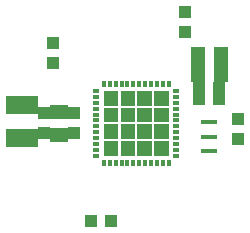
<source format=gbr>
G04 EAGLE Gerber RS-274X export*
G75*
%MOMM*%
%FSLAX34Y34*%
%LPD*%
%INSolderpaste Bottom*%
%IPPOS*%
%AMOC8*
5,1,8,0,0,1.08239X$1,22.5*%
G01*
%ADD10R,1.399997X0.400000*%
%ADD11R,1.100000X1.000000*%
%ADD12R,1.000000X1.100000*%
%ADD13R,1.300000X1.500000*%
%ADD14R,1.500000X1.300000*%
%ADD15R,2.700000X1.600000*%
%ADD16R,0.550000X0.297181*%
%ADD17R,0.297181X0.550000*%

G36*
X-15222Y151624D02*
X-15222Y151624D01*
X-15220Y151623D01*
X-15177Y151643D01*
X-15133Y151661D01*
X-15133Y151663D01*
X-15131Y151664D01*
X-15098Y151749D01*
X-15098Y163973D01*
X-15099Y163975D01*
X-15098Y163977D01*
X-15118Y164020D01*
X-15136Y164064D01*
X-15138Y164064D01*
X-15139Y164066D01*
X-15224Y164099D01*
X-27448Y164099D01*
X-27450Y164098D01*
X-27452Y164099D01*
X-27495Y164079D01*
X-27539Y164061D01*
X-27539Y164059D01*
X-27541Y164058D01*
X-27574Y163973D01*
X-27574Y151749D01*
X-27573Y151747D01*
X-27574Y151745D01*
X-27554Y151702D01*
X-27536Y151658D01*
X-27534Y151658D01*
X-27533Y151656D01*
X-27448Y151623D01*
X-15224Y151623D01*
X-15222Y151624D01*
G37*
G36*
X13226Y151624D02*
X13226Y151624D01*
X13228Y151623D01*
X13271Y151643D01*
X13315Y151661D01*
X13315Y151663D01*
X13317Y151664D01*
X13350Y151749D01*
X13350Y163973D01*
X13349Y163975D01*
X13350Y163977D01*
X13330Y164020D01*
X13312Y164064D01*
X13310Y164064D01*
X13309Y164066D01*
X13224Y164099D01*
X1000Y164099D01*
X998Y164098D01*
X996Y164099D01*
X953Y164079D01*
X909Y164061D01*
X909Y164059D01*
X907Y164058D01*
X874Y163973D01*
X874Y151749D01*
X875Y151747D01*
X874Y151745D01*
X894Y151702D01*
X912Y151658D01*
X914Y151658D01*
X915Y151656D01*
X1000Y151623D01*
X13224Y151623D01*
X13226Y151624D01*
G37*
G36*
X-998Y151624D02*
X-998Y151624D01*
X-996Y151623D01*
X-953Y151643D01*
X-909Y151661D01*
X-909Y151663D01*
X-907Y151664D01*
X-874Y151749D01*
X-874Y163973D01*
X-875Y163975D01*
X-874Y163977D01*
X-894Y164020D01*
X-912Y164064D01*
X-914Y164064D01*
X-915Y164066D01*
X-1000Y164099D01*
X-13224Y164099D01*
X-13226Y164098D01*
X-13228Y164099D01*
X-13271Y164079D01*
X-13315Y164061D01*
X-13315Y164059D01*
X-13317Y164058D01*
X-13350Y163973D01*
X-13350Y151749D01*
X-13349Y151747D01*
X-13350Y151745D01*
X-13330Y151702D01*
X-13312Y151658D01*
X-13310Y151658D01*
X-13309Y151656D01*
X-13224Y151623D01*
X-1000Y151623D01*
X-998Y151624D01*
G37*
G36*
X27450Y151624D02*
X27450Y151624D01*
X27452Y151623D01*
X27495Y151643D01*
X27539Y151661D01*
X27539Y151663D01*
X27541Y151664D01*
X27574Y151749D01*
X27574Y163973D01*
X27573Y163975D01*
X27574Y163977D01*
X27554Y164020D01*
X27536Y164064D01*
X27534Y164064D01*
X27533Y164066D01*
X27448Y164099D01*
X15224Y164099D01*
X15222Y164098D01*
X15220Y164099D01*
X15177Y164079D01*
X15133Y164061D01*
X15133Y164059D01*
X15131Y164058D01*
X15098Y163973D01*
X15098Y151749D01*
X15099Y151747D01*
X15098Y151745D01*
X15118Y151702D01*
X15136Y151658D01*
X15138Y151658D01*
X15139Y151656D01*
X15224Y151623D01*
X27448Y151623D01*
X27450Y151624D01*
G37*
G36*
X13226Y137400D02*
X13226Y137400D01*
X13228Y137399D01*
X13271Y137419D01*
X13315Y137437D01*
X13315Y137439D01*
X13317Y137440D01*
X13350Y137525D01*
X13350Y149749D01*
X13349Y149751D01*
X13350Y149753D01*
X13330Y149796D01*
X13312Y149840D01*
X13310Y149840D01*
X13309Y149842D01*
X13224Y149875D01*
X1000Y149875D01*
X998Y149874D01*
X996Y149875D01*
X953Y149855D01*
X909Y149837D01*
X909Y149835D01*
X907Y149834D01*
X874Y149749D01*
X874Y137525D01*
X875Y137523D01*
X874Y137521D01*
X894Y137478D01*
X912Y137434D01*
X914Y137434D01*
X915Y137432D01*
X1000Y137399D01*
X13224Y137399D01*
X13226Y137400D01*
G37*
G36*
X-15222Y137400D02*
X-15222Y137400D01*
X-15220Y137399D01*
X-15177Y137419D01*
X-15133Y137437D01*
X-15133Y137439D01*
X-15131Y137440D01*
X-15098Y137525D01*
X-15098Y149749D01*
X-15099Y149751D01*
X-15098Y149753D01*
X-15118Y149796D01*
X-15136Y149840D01*
X-15138Y149840D01*
X-15139Y149842D01*
X-15224Y149875D01*
X-27448Y149875D01*
X-27450Y149874D01*
X-27452Y149875D01*
X-27495Y149855D01*
X-27539Y149837D01*
X-27539Y149835D01*
X-27541Y149834D01*
X-27574Y149749D01*
X-27574Y137525D01*
X-27573Y137523D01*
X-27574Y137521D01*
X-27554Y137478D01*
X-27536Y137434D01*
X-27534Y137434D01*
X-27533Y137432D01*
X-27448Y137399D01*
X-15224Y137399D01*
X-15222Y137400D01*
G37*
G36*
X-998Y137400D02*
X-998Y137400D01*
X-996Y137399D01*
X-953Y137419D01*
X-909Y137437D01*
X-909Y137439D01*
X-907Y137440D01*
X-874Y137525D01*
X-874Y149749D01*
X-875Y149751D01*
X-874Y149753D01*
X-894Y149796D01*
X-912Y149840D01*
X-914Y149840D01*
X-915Y149842D01*
X-1000Y149875D01*
X-13224Y149875D01*
X-13226Y149874D01*
X-13228Y149875D01*
X-13271Y149855D01*
X-13315Y149837D01*
X-13315Y149835D01*
X-13317Y149834D01*
X-13350Y149749D01*
X-13350Y137525D01*
X-13349Y137523D01*
X-13350Y137521D01*
X-13330Y137478D01*
X-13312Y137434D01*
X-13310Y137434D01*
X-13309Y137432D01*
X-13224Y137399D01*
X-1000Y137399D01*
X-998Y137400D01*
G37*
G36*
X27450Y137400D02*
X27450Y137400D01*
X27452Y137399D01*
X27495Y137419D01*
X27539Y137437D01*
X27539Y137439D01*
X27541Y137440D01*
X27574Y137525D01*
X27574Y149749D01*
X27573Y149751D01*
X27574Y149753D01*
X27554Y149796D01*
X27536Y149840D01*
X27534Y149840D01*
X27533Y149842D01*
X27448Y149875D01*
X15224Y149875D01*
X15222Y149874D01*
X15220Y149875D01*
X15177Y149855D01*
X15133Y149837D01*
X15133Y149835D01*
X15131Y149834D01*
X15098Y149749D01*
X15098Y137525D01*
X15099Y137523D01*
X15098Y137521D01*
X15118Y137478D01*
X15136Y137434D01*
X15138Y137434D01*
X15139Y137432D01*
X15224Y137399D01*
X27448Y137399D01*
X27450Y137400D01*
G37*
G36*
X-15222Y123176D02*
X-15222Y123176D01*
X-15220Y123175D01*
X-15177Y123195D01*
X-15133Y123213D01*
X-15133Y123215D01*
X-15131Y123216D01*
X-15098Y123301D01*
X-15098Y135525D01*
X-15099Y135527D01*
X-15098Y135529D01*
X-15118Y135572D01*
X-15136Y135616D01*
X-15138Y135616D01*
X-15139Y135618D01*
X-15224Y135651D01*
X-27448Y135651D01*
X-27450Y135650D01*
X-27452Y135651D01*
X-27495Y135631D01*
X-27539Y135613D01*
X-27539Y135611D01*
X-27541Y135610D01*
X-27574Y135525D01*
X-27574Y123301D01*
X-27573Y123299D01*
X-27574Y123297D01*
X-27554Y123254D01*
X-27536Y123210D01*
X-27534Y123210D01*
X-27533Y123208D01*
X-27448Y123175D01*
X-15224Y123175D01*
X-15222Y123176D01*
G37*
G36*
X13226Y123176D02*
X13226Y123176D01*
X13228Y123175D01*
X13271Y123195D01*
X13315Y123213D01*
X13315Y123215D01*
X13317Y123216D01*
X13350Y123301D01*
X13350Y135525D01*
X13349Y135527D01*
X13350Y135529D01*
X13330Y135572D01*
X13312Y135616D01*
X13310Y135616D01*
X13309Y135618D01*
X13224Y135651D01*
X1000Y135651D01*
X998Y135650D01*
X996Y135651D01*
X953Y135631D01*
X909Y135613D01*
X909Y135611D01*
X907Y135610D01*
X874Y135525D01*
X874Y123301D01*
X875Y123299D01*
X874Y123297D01*
X894Y123254D01*
X912Y123210D01*
X914Y123210D01*
X915Y123208D01*
X1000Y123175D01*
X13224Y123175D01*
X13226Y123176D01*
G37*
G36*
X-998Y123176D02*
X-998Y123176D01*
X-996Y123175D01*
X-953Y123195D01*
X-909Y123213D01*
X-909Y123215D01*
X-907Y123216D01*
X-874Y123301D01*
X-874Y135525D01*
X-875Y135527D01*
X-874Y135529D01*
X-894Y135572D01*
X-912Y135616D01*
X-914Y135616D01*
X-915Y135618D01*
X-1000Y135651D01*
X-13224Y135651D01*
X-13226Y135650D01*
X-13228Y135651D01*
X-13271Y135631D01*
X-13315Y135613D01*
X-13315Y135611D01*
X-13317Y135610D01*
X-13350Y135525D01*
X-13350Y123301D01*
X-13349Y123299D01*
X-13350Y123297D01*
X-13330Y123254D01*
X-13312Y123210D01*
X-13310Y123210D01*
X-13309Y123208D01*
X-13224Y123175D01*
X-1000Y123175D01*
X-998Y123176D01*
G37*
G36*
X27450Y123176D02*
X27450Y123176D01*
X27452Y123175D01*
X27495Y123195D01*
X27539Y123213D01*
X27539Y123215D01*
X27541Y123216D01*
X27574Y123301D01*
X27574Y135525D01*
X27573Y135527D01*
X27574Y135529D01*
X27554Y135572D01*
X27536Y135616D01*
X27534Y135616D01*
X27533Y135618D01*
X27448Y135651D01*
X15224Y135651D01*
X15222Y135650D01*
X15220Y135651D01*
X15177Y135631D01*
X15133Y135613D01*
X15133Y135611D01*
X15131Y135610D01*
X15098Y135525D01*
X15098Y123301D01*
X15099Y123299D01*
X15098Y123297D01*
X15118Y123254D01*
X15136Y123210D01*
X15138Y123210D01*
X15139Y123208D01*
X15224Y123175D01*
X27448Y123175D01*
X27450Y123176D01*
G37*
G36*
X-998Y108952D02*
X-998Y108952D01*
X-996Y108951D01*
X-953Y108971D01*
X-909Y108989D01*
X-909Y108991D01*
X-907Y108992D01*
X-874Y109077D01*
X-874Y121301D01*
X-875Y121303D01*
X-874Y121305D01*
X-894Y121348D01*
X-912Y121392D01*
X-914Y121392D01*
X-915Y121394D01*
X-1000Y121427D01*
X-13224Y121427D01*
X-13226Y121426D01*
X-13228Y121427D01*
X-13271Y121407D01*
X-13315Y121389D01*
X-13315Y121387D01*
X-13317Y121386D01*
X-13350Y121301D01*
X-13350Y109077D01*
X-13349Y109075D01*
X-13350Y109073D01*
X-13330Y109030D01*
X-13312Y108986D01*
X-13310Y108986D01*
X-13309Y108984D01*
X-13224Y108951D01*
X-1000Y108951D01*
X-998Y108952D01*
G37*
G36*
X13226Y108952D02*
X13226Y108952D01*
X13228Y108951D01*
X13271Y108971D01*
X13315Y108989D01*
X13315Y108991D01*
X13317Y108992D01*
X13350Y109077D01*
X13350Y121301D01*
X13349Y121303D01*
X13350Y121305D01*
X13330Y121348D01*
X13312Y121392D01*
X13310Y121392D01*
X13309Y121394D01*
X13224Y121427D01*
X1000Y121427D01*
X998Y121426D01*
X996Y121427D01*
X953Y121407D01*
X909Y121389D01*
X909Y121387D01*
X907Y121386D01*
X874Y121301D01*
X874Y109077D01*
X875Y109075D01*
X874Y109073D01*
X894Y109030D01*
X912Y108986D01*
X914Y108986D01*
X915Y108984D01*
X1000Y108951D01*
X13224Y108951D01*
X13226Y108952D01*
G37*
G36*
X27450Y108952D02*
X27450Y108952D01*
X27452Y108951D01*
X27495Y108971D01*
X27539Y108989D01*
X27539Y108991D01*
X27541Y108992D01*
X27574Y109077D01*
X27574Y121301D01*
X27573Y121303D01*
X27574Y121305D01*
X27554Y121348D01*
X27536Y121392D01*
X27534Y121392D01*
X27533Y121394D01*
X27448Y121427D01*
X15224Y121427D01*
X15222Y121426D01*
X15220Y121427D01*
X15177Y121407D01*
X15133Y121389D01*
X15133Y121387D01*
X15131Y121386D01*
X15098Y121301D01*
X15098Y109077D01*
X15099Y109075D01*
X15098Y109073D01*
X15118Y109030D01*
X15136Y108986D01*
X15138Y108986D01*
X15139Y108984D01*
X15224Y108951D01*
X27448Y108951D01*
X27450Y108952D01*
G37*
G36*
X-15222Y108952D02*
X-15222Y108952D01*
X-15220Y108951D01*
X-15177Y108971D01*
X-15133Y108989D01*
X-15133Y108991D01*
X-15131Y108992D01*
X-15098Y109077D01*
X-15098Y121301D01*
X-15099Y121303D01*
X-15098Y121305D01*
X-15118Y121348D01*
X-15136Y121392D01*
X-15138Y121392D01*
X-15139Y121394D01*
X-15224Y121427D01*
X-27448Y121427D01*
X-27450Y121426D01*
X-27452Y121427D01*
X-27495Y121407D01*
X-27539Y121389D01*
X-27539Y121387D01*
X-27541Y121386D01*
X-27574Y121301D01*
X-27574Y109077D01*
X-27573Y109075D01*
X-27574Y109073D01*
X-27554Y109030D01*
X-27536Y108986D01*
X-27534Y108986D01*
X-27533Y108984D01*
X-27448Y108951D01*
X-15224Y108951D01*
X-15222Y108952D01*
G37*
D10*
X61913Y113413D03*
X61913Y125413D03*
X61913Y137412D03*
D11*
X-70875Y204325D03*
X-70875Y187325D03*
D12*
X-38663Y53975D03*
X-21663Y53975D03*
D11*
X85725Y140263D03*
X85725Y123263D03*
X53413Y166688D03*
X70413Y166688D03*
X53413Y157163D03*
X70413Y157163D03*
D12*
X-52388Y145025D03*
X-52388Y128025D03*
D13*
X52413Y193675D03*
X71413Y193675D03*
X52413Y179388D03*
X71413Y179388D03*
D14*
X-65088Y146025D03*
X-65088Y127025D03*
D12*
X41275Y213750D03*
X41275Y230750D03*
X-77788Y145025D03*
X-77788Y128025D03*
D15*
X-96838Y152113D03*
X-96838Y124113D03*
D16*
X33800Y164032D03*
X33800Y159031D03*
X33800Y154029D03*
X33800Y149028D03*
X33800Y144027D03*
X33800Y139026D03*
X33800Y134024D03*
X33800Y129023D03*
X33800Y124022D03*
X33800Y119021D03*
X33800Y114019D03*
X33800Y109018D03*
D17*
X27507Y102725D03*
X22506Y102725D03*
X17504Y102725D03*
X12503Y102725D03*
X7502Y102725D03*
X2501Y102725D03*
X-2501Y102725D03*
X-7502Y102725D03*
X-12503Y102725D03*
X-17504Y102725D03*
X-22506Y102725D03*
X-27507Y102725D03*
D16*
X-33800Y109018D03*
X-33800Y114019D03*
X-33800Y119021D03*
X-33800Y124022D03*
X-33800Y129023D03*
X-33800Y134024D03*
X-33800Y139026D03*
X-33800Y144027D03*
X-33800Y149028D03*
X-33800Y154029D03*
X-33800Y159031D03*
X-33800Y164032D03*
D17*
X-27507Y170325D03*
X-22506Y170325D03*
X-17504Y170325D03*
X-12503Y170325D03*
X-7502Y170325D03*
X-2501Y170325D03*
X2501Y170325D03*
X7502Y170325D03*
X12503Y170325D03*
X17504Y170325D03*
X22506Y170325D03*
X27507Y170325D03*
M02*

</source>
